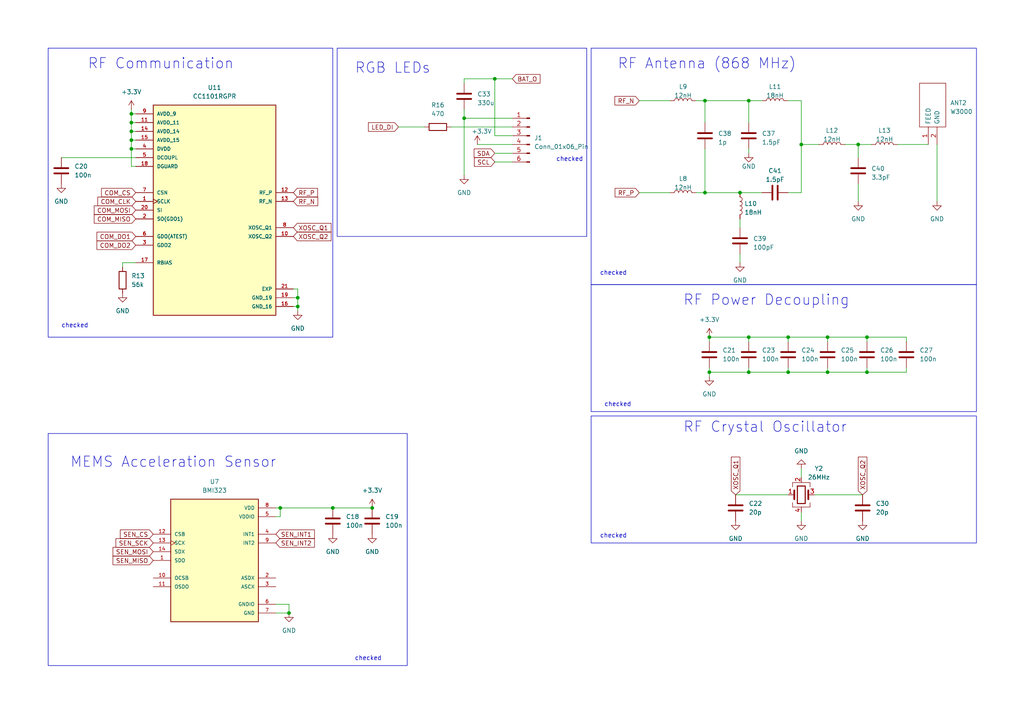
<source format=kicad_sch>
(kicad_sch (version 20230121) (generator eeschema)
  (paper "A4")
  (lib_symbols
    (symbol "BMI160:BMI160" (pin_names (offset 1.016))
      (property "Reference" "U" (at -12.7 18.415 0))
      (property "Value" "BMI160" (at -12.7 -20.32 0))
      (symbol "BMI160_0_0"
        (rectangle (start -12.7 -17.78) (end 12.7 17.78) (stroke (width 0.254)) (fill (type background)))
        (pin bidirectional line (at -17.78 0 0) (length 5.08) (name "SDO") (number "1"))
        (pin input line (at -17.78 -5.08 0) (length 5.08) (name "OCSB") (number "10"))
        (pin output line (at -17.78 -7.62 0) (length 5.08) (name "OSDO") (number "11"))
        (pin input line (at -17.78 7.62 0) (length 5.08) (name "CSB") (number "12"))
        (pin input clock (at -17.78 5.08 0) (length 5.08) (name "SCX") (number "13"))
        (pin bidirectional line (at -17.78 2.54 0) (length 5.08) (name "SDX") (number "14"))
        (pin bidirectional line (at 17.78 -5.08 180) (length 5.08) (name "ASDX") (number "2"))
        (pin bidirectional line (at 17.78 -7.62 180) (length 5.08) (name "ASCX") (number "3"))
        (pin bidirectional line (at 17.78 7.62 180) (length 5.08) (name "INT1") (number "4"))
        (pin power_in line (at 17.78 12.7 180) (length 5.08) (name "VDDIO") (number "5"))
        (pin power_in line (at 17.78 -12.7 180) (length 5.08) (name "GNDIO") (number "6"))
        (pin power_in line (at 17.78 -15.24 180) (length 5.08) (name "GND") (number "7"))
        (pin power_in line (at 17.78 15.24 180) (length 5.08) (name "VDD") (number "8"))
        (pin bidirectional line (at 17.78 5.08 180) (length 5.08) (name "INT2") (number "9"))
      )
    )
    (symbol "CC1101RGPR:CC1101RGPR" (pin_names (offset 1.016))
      (property "Reference" "U" (at -17.78 30.48 0))
      (property "Value" "CC1101RGPR" (at -17.78 -33.02 0))
      (symbol "CC1101RGPR_0_0"
        (rectangle (start -17.78 -30.48) (end 17.78 30.48) (stroke (width 0.254)) (fill (type background)))
        (pin input clock (at -22.86 2.54 0) (length 5.08) (name "SCLK") (number "1"))
        (pin bidirectional line (at 22.86 -7.62 180) (length 5.08) (name "XOSC_Q2") (number "10"))
        (pin power_in line (at -22.86 25.4 0) (length 5.08) (name "AVDD_11") (number "11"))
        (pin bidirectional line (at 22.86 5.08 180) (length 5.08) (name "RF_P") (number "12"))
        (pin bidirectional line (at 22.86 2.54 180) (length 5.08) (name "RF_N") (number "13"))
        (pin power_in line (at -22.86 22.86 0) (length 5.08) (name "AVDD_14") (number "14"))
        (pin power_in line (at -22.86 20.32 0) (length 5.08) (name "AVDD_15") (number "15"))
        (pin power_in line (at 22.86 -27.94 180) (length 5.08) (name "GND_16") (number "16"))
        (pin bidirectional line (at -22.86 -15.24 0) (length 5.08) (name "RBIAS") (number "17"))
        (pin power_in line (at -22.86 12.7 0) (length 5.08) (name "DGUARD") (number "18"))
        (pin power_in line (at 22.86 -25.4 180) (length 5.08) (name "GND_19") (number "19"))
        (pin output line (at -22.86 -2.54 0) (length 5.08) (name "SO(GDO1)") (number "2"))
        (pin input line (at -22.86 0 0) (length 5.08) (name "SI") (number "20"))
        (pin power_in line (at 22.86 -22.86 180) (length 5.08) (name "EXP") (number "21"))
        (pin output line (at -22.86 -10.16 0) (length 5.08) (name "GDO2") (number "3"))
        (pin power_in line (at -22.86 17.78 0) (length 5.08) (name "DVDD") (number "4"))
        (pin power_in line (at -22.86 15.24 0) (length 5.08) (name "DCOUPL") (number "5"))
        (pin bidirectional line (at -22.86 -7.62 0) (length 5.08) (name "GDO(ATEST)") (number "6"))
        (pin input line (at -22.86 5.08 0) (length 5.08) (name "CSN") (number "7"))
        (pin bidirectional line (at 22.86 -5.08 180) (length 5.08) (name "XOSC_Q1") (number "8"))
        (pin power_in line (at -22.86 27.94 0) (length 5.08) (name "AVDD_9") (number "9"))
      )
    )
    (symbol "Connector:Conn_01x06_Pin" (pin_names (offset 1.016) hide)
      (property "Reference" "J" (at 0 7.62 0))
      (property "Value" "Conn_01x06_Pin" (at 0 -10.16 0))
      (symbol "Conn_01x06_Pin_1_1"
        (polyline (pts (xy 1.27 -7.62) (xy 0.8636 -7.62)) (stroke (width 0.1524)))
        (polyline (pts (xy 1.27 -5.08) (xy 0.8636 -5.08)) (stroke (width 0.1524)))
        (polyline (pts (xy 1.27 -2.54) (xy 0.8636 -2.54)) (stroke (width 0.1524)))
        (polyline (pts (xy 1.27 0) (xy 0.8636 0)) (stroke (width 0.1524)))
        (polyline (pts (xy 1.27 2.54) (xy 0.8636 2.54)) (stroke (width 0.1524)))
        (polyline (pts (xy 1.27 5.08) (xy 0.8636 5.08)) (stroke (width 0.1524)))
        (rectangle (start 0.8636 -7.493) (end 0 -7.747) (stroke (width 0.1524)) (fill (type outline)))
        (rectangle (start 0.8636 -4.953) (end 0 -5.207) (stroke (width 0.1524)) (fill (type outline)))
        (rectangle (start 0.8636 -2.413) (end 0 -2.667) (stroke (width 0.1524)) (fill (type outline)))
        (rectangle (start 0.8636 0.127) (end 0 -0.127) (stroke (width 0.1524)) (fill (type outline)))
        (rectangle (start 0.8636 2.667) (end 0 2.413) (stroke (width 0.1524)) (fill (type outline)))
        (rectangle (start 0.8636 5.207) (end 0 4.953) (stroke (width 0.1524)) (fill (type outline)))
        (pin passive line (at 5.08 5.08 180) (length 3.81) (name "Pin_1") (number "1"))
        (pin passive line (at 5.08 2.54 180) (length 3.81) (name "Pin_2") (number "2"))
        (pin passive line (at 5.08 0 180) (length 3.81) (name "Pin_3") (number "3"))
        (pin passive line (at 5.08 -2.54 180) (length 3.81) (name "Pin_4") (number "4"))
        (pin passive line (at 5.08 -5.08 180) (length 3.81) (name "Pin_5") (number "5"))
        (pin passive line (at 5.08 -7.62 180) (length 3.81) (name "Pin_6") (number "6"))
      )
    )
    (symbol "Device:C" (pin_numbers hide) (pin_names (offset 0.254))
      (property "Reference" "C" (at 0.635 2.54 0))
      (property "Value" "C" (at 0.635 -2.54 0))
      (symbol "C_0_1"
        (polyline (pts (xy -2.032 -0.762) (xy 2.032 -0.762)) (stroke (width 0.508)))
        (polyline (pts (xy -2.032 0.762) (xy 2.032 0.762)) (stroke (width 0.508)))
      )
      (symbol "C_1_1"
        (pin passive line (at 0 3.81 270) (length 2.794) (name "~") (number "1"))
        (pin passive line (at 0 -3.81 90) (length 2.794) (name "~") (number "2"))
      )
    )
    (symbol "Device:Crystal_GND24" (pin_names (offset 1.016) hide)
      (property "Reference" "Y" (at 3.175 5.08 0))
      (property "Value" "Crystal_GND24" (at 3.175 3.175 0))
      (symbol "Crystal_GND24_0_1"
        (rectangle (start -1.143 2.54) (end 1.143 -2.54) (stroke (width 0.3048)))
        (polyline (pts (xy -2.54 0) (xy -2.032 0)))
        (polyline (pts (xy -2.032 -1.27) (xy -2.032 1.27)) (stroke (width 0.508)))
        (polyline (pts (xy 0 -3.81) (xy 0 -3.556)))
        (polyline (pts (xy 0 3.556) (xy 0 3.81)))
        (polyline (pts (xy 2.032 -1.27) (xy 2.032 1.27)) (stroke (width 0.508)))
        (polyline (pts (xy 2.032 0) (xy 2.54 0)))
        (polyline (pts (xy -2.54 -2.286) (xy -2.54 -3.556) (xy 2.54 -3.556) (xy 2.54 -2.286)))
        (polyline (pts (xy -2.54 2.286) (xy -2.54 3.556) (xy 2.54 3.556) (xy 2.54 2.286)))
      )
      (symbol "Crystal_GND24_1_1"
        (pin passive line (at -3.81 0 0) (length 1.27) (name "1") (number "1"))
        (pin passive line (at 0 5.08 270) (length 1.27) (name "2") (number "2"))
        (pin passive line (at 3.81 0 180) (length 1.27) (name "3") (number "3"))
        (pin passive line (at 0 -5.08 90) (length 1.27) (name "4") (number "4"))
      )
    )
    (symbol "Device:L" (pin_numbers hide) (pin_names (offset 1.016) hide)
      (property "Reference" "L" (at -1.27 0 90))
      (property "Value" "L" (at 1.905 0 90))
      (symbol "L_0_1"
        (arc (start 0 -2.54) (mid 0.6323 -1.905) (end 0 -1.27))
        (arc (start 0 -1.27) (mid 0.6323 -0.635) (end 0 0))
        (arc (start 0 0) (mid 0.6323 0.635) (end 0 1.27))
        (arc (start 0 1.27) (mid 0.6323 1.905) (end 0 2.54))
      )
      (symbol "L_1_1"
        (pin passive line (at 0 3.81 270) (length 1.27) (name "1") (number "1"))
        (pin passive line (at 0 -3.81 90) (length 1.27) (name "2") (number "2"))
      )
    )
    (symbol "Device:R" (pin_numbers hide) (pin_names (offset 0))
      (property "Reference" "R" (at 2.032 0 90))
      (property "Value" "R" (at 0 0 90))
      (symbol "R_0_1"
        (rectangle (start -1.016 -2.54) (end 1.016 2.54) (stroke (width 0.254)))
      )
      (symbol "R_1_1"
        (pin passive line (at 0 3.81 270) (length 1.27) (name "~") (number "1"))
        (pin passive line (at 0 -3.81 90) (length 1.27) (name "~") (number "2"))
      )
    )
    (symbol "W3000:W3000" (pin_names (offset 0.762))
      (property "Reference" "ANT" (at 19.05 7.62 0))
      (property "Value" "W3000" (at 19.05 5.08 0))
      (symbol "W3000_0_0"
        (pin passive line (at 0 0 0) (length 5.08) (name "FEED") (number "1"))
        (pin passive line (at 0 -2.54 0) (length 5.08) (name "GND") (number "2"))
      )
      (symbol "W3000_0_1"
        (polyline (pts (xy 5.08 2.54) (xy 17.78 2.54) (xy 17.78 -5.08) (xy 5.08 -5.08) (xy 5.08 2.54)) (stroke (width 0.1524)))
      )
    )
    (symbol "power:+3.3V" (power) (pin_names (offset 0))
      (property "Value" "+3.3V" (at 0 3.556 0))
      (symbol "+3.3V_0_1"
        (polyline (pts (xy -0.762 1.27) (xy 0 2.54)))
        (polyline (pts (xy 0 0) (xy 0 2.54)))
        (polyline (pts (xy 0 2.54) (xy 0.762 1.27)))
      )
      (symbol "+3.3V_1_1"
        (pin power_in line (at 0 0 90) (length 0) hide (name "+3.3V") (number "1"))
      )
    )
    (symbol "power:GND" (power) (pin_names (offset 0))
      (property "Value" "GND" (at 0 -3.81 0))
      (symbol "GND_0_1"
        (polyline (pts (xy 0 0) (xy 0 -1.27) (xy 1.27 -1.27) (xy 0 -2.54) (xy -1.27 -1.27) (xy 0 -1.27)))
      )
      (symbol "GND_1_1"
        (pin power_in line (at 0 0 270) (length 0) hide (name "GND") (number "1"))
      )
    )
  )
  (junction (at 107.95 147.32))
  (junction (at 251.46 97.79))
  (junction (at 81.28 147.32))
  (junction (at 217.17 29.21))
  (junction (at 204.47 55.88))
  (junction (at 38.1 35.56))
  (junction (at 86.36 86.36))
  (junction (at 96.52 147.32))
  (junction (at 228.6 107.95))
  (junction (at 205.74 97.79))
  (junction (at 228.6 97.79))
  (junction (at 134.62 34.29))
  (junction (at 83.82 177.8))
  (junction (at 240.03 107.95))
  (junction (at 248.92 41.91))
  (junction (at 204.47 29.21))
  (junction (at 251.46 107.95))
  (junction (at 38.1 38.1))
  (junction (at 214.63 55.88))
  (junction (at 38.1 33.02))
  (junction (at 205.74 107.95))
  (junction (at 38.1 43.18))
  (junction (at 240.03 97.79))
  (junction (at 86.36 88.9))
  (junction (at 38.1 40.64))
  (junction (at 232.41 41.91))
  (junction (at 217.17 97.79))
  (junction (at 217.17 107.95))
  (junction (at 143.51 22.86))
  (wire (pts (xy 96.52 147.32) (xy 107.95 147.32)))
  (wire (pts (xy 85.09 86.36) (xy 86.36 86.36)))
  (wire (pts (xy 240.03 106.68) (xy 240.03 107.95)))
  (wire (pts (xy 80.01 175.26) (xy 83.82 175.26)))
  (wire (pts (xy 83.82 175.26) (xy 83.82 177.8)))
  (wire (pts (xy 204.47 29.21) (xy 217.17 29.21)))
  (wire (pts (xy 80.01 177.8) (xy 83.82 177.8)))
  (wire (pts (xy 143.51 46.99) (xy 148.59 46.99)))
  (wire (pts (xy 38.1 40.64) (xy 38.1 38.1)))
  (wire (pts (xy 17.78 45.72) (xy 39.37 45.72)))
  (wire (pts (xy 38.1 43.18) (xy 38.1 40.64)))
  (wire (pts (xy 260.35 41.91) (xy 269.24 41.91)))
  (wire (pts (xy 217.17 97.79) (xy 228.6 97.79)))
  (wire (pts (xy 38.1 48.26) (xy 38.1 43.18)))
  (wire (pts (xy 201.93 29.21) (xy 204.47 29.21)))
  (wire (pts (xy 236.22 143.51) (xy 250.19 143.51)))
  (wire (pts (xy 213.36 143.51) (xy 228.6 143.51)))
  (wire (pts (xy 38.1 38.1) (xy 38.1 35.56)))
  (wire (pts (xy 217.17 29.21) (xy 220.98 29.21)))
  (wire (pts (xy 86.36 83.82) (xy 86.36 86.36)))
  (wire (pts (xy 134.62 22.86) (xy 143.51 22.86)))
  (wire (pts (xy 251.46 107.95) (xy 262.89 107.95)))
  (wire (pts (xy 248.92 53.34) (xy 248.92 58.42)))
  (wire (pts (xy 205.74 107.95) (xy 205.74 109.22)))
  (wire (pts (xy 204.47 43.18) (xy 204.47 55.88)))
  (wire (pts (xy 245.11 41.91) (xy 248.92 41.91)))
  (wire (pts (xy 217.17 29.21) (xy 217.17 35.56)))
  (wire (pts (xy 39.37 48.26) (xy 38.1 48.26)))
  (wire (pts (xy 134.62 34.29) (xy 148.59 34.29)))
  (wire (pts (xy 134.62 34.29) (xy 134.62 50.8)))
  (wire (pts (xy 185.42 55.88) (xy 194.31 55.88)))
  (wire (pts (xy 232.41 41.91) (xy 237.49 41.91)))
  (wire (pts (xy 204.47 55.88) (xy 214.63 55.88)))
  (wire (pts (xy 35.56 76.2) (xy 35.56 77.47)))
  (wire (pts (xy 271.78 41.91) (xy 271.78 58.42)))
  (wire (pts (xy 205.74 106.68) (xy 205.74 107.95)))
  (wire (pts (xy 228.6 97.79) (xy 228.6 99.06)))
  (wire (pts (xy 38.1 43.18) (xy 39.37 43.18)))
  (wire (pts (xy 248.92 41.91) (xy 252.73 41.91)))
  (wire (pts (xy 214.63 63.5) (xy 214.63 66.04)))
  (wire (pts (xy 138.43 41.91) (xy 148.59 41.91)))
  (wire (pts (xy 134.62 22.86) (xy 134.62 24.13)))
  (wire (pts (xy 217.17 97.79) (xy 217.17 99.06)))
  (wire (pts (xy 262.89 97.79) (xy 262.89 99.06)))
  (wire (pts (xy 228.6 107.95) (xy 240.03 107.95)))
  (wire (pts (xy 217.17 107.95) (xy 228.6 107.95)))
  (wire (pts (xy 214.63 73.66) (xy 214.63 76.2)))
  (wire (pts (xy 115.57 36.83) (xy 123.19 36.83)))
  (wire (pts (xy 86.36 86.36) (xy 86.36 88.9)))
  (wire (pts (xy 185.42 29.21) (xy 194.31 29.21)))
  (wire (pts (xy 38.1 31.75) (xy 38.1 33.02)))
  (wire (pts (xy 232.41 29.21) (xy 232.41 41.91)))
  (wire (pts (xy 81.28 147.32) (xy 96.52 147.32)))
  (wire (pts (xy 204.47 29.21) (xy 204.47 35.56)))
  (wire (pts (xy 80.01 149.86) (xy 81.28 149.86)))
  (wire (pts (xy 232.41 135.89) (xy 232.41 138.43)))
  (wire (pts (xy 130.81 36.83) (xy 148.59 36.83)))
  (wire (pts (xy 262.89 106.68) (xy 262.89 107.95)))
  (wire (pts (xy 134.62 31.75) (xy 134.62 34.29)))
  (wire (pts (xy 201.93 55.88) (xy 204.47 55.88)))
  (wire (pts (xy 143.51 44.45) (xy 148.59 44.45)))
  (wire (pts (xy 251.46 97.79) (xy 251.46 99.06)))
  (wire (pts (xy 205.74 107.95) (xy 217.17 107.95)))
  (wire (pts (xy 205.74 99.06) (xy 205.74 97.79)))
  (wire (pts (xy 240.03 107.95) (xy 251.46 107.95)))
  (wire (pts (xy 85.09 83.82) (xy 86.36 83.82)))
  (wire (pts (xy 228.6 106.68) (xy 228.6 107.95)))
  (wire (pts (xy 39.37 35.56) (xy 38.1 35.56)))
  (wire (pts (xy 143.51 22.86) (xy 143.51 39.37)))
  (wire (pts (xy 143.51 39.37) (xy 148.59 39.37)))
  (wire (pts (xy 39.37 38.1) (xy 38.1 38.1)))
  (wire (pts (xy 80.01 147.32) (xy 81.28 147.32)))
  (wire (pts (xy 251.46 106.68) (xy 251.46 107.95)))
  (wire (pts (xy 214.63 55.88) (xy 220.98 55.88)))
  (wire (pts (xy 86.36 88.9) (xy 85.09 88.9)))
  (wire (pts (xy 228.6 29.21) (xy 232.41 29.21)))
  (wire (pts (xy 232.41 55.88) (xy 228.6 55.88)))
  (wire (pts (xy 86.36 90.17) (xy 86.36 88.9)))
  (wire (pts (xy 217.17 43.18) (xy 217.17 44.45)))
  (wire (pts (xy 240.03 97.79) (xy 228.6 97.79)))
  (wire (pts (xy 217.17 106.68) (xy 217.17 107.95)))
  (wire (pts (xy 81.28 147.32) (xy 81.28 149.86)))
  (wire (pts (xy 240.03 97.79) (xy 251.46 97.79)))
  (wire (pts (xy 38.1 35.56) (xy 38.1 33.02)))
  (wire (pts (xy 39.37 40.64) (xy 38.1 40.64)))
  (wire (pts (xy 248.92 41.91) (xy 248.92 45.72)))
  (wire (pts (xy 232.41 41.91) (xy 232.41 55.88)))
  (wire (pts (xy 251.46 97.79) (xy 262.89 97.79)))
  (wire (pts (xy 39.37 76.2) (xy 35.56 76.2)))
  (wire (pts (xy 148.59 22.86) (xy 143.51 22.86)))
  (wire (pts (xy 38.1 33.02) (xy 39.37 33.02)))
  (wire (pts (xy 205.74 97.79) (xy 217.17 97.79)))
  (wire (pts (xy 240.03 99.06) (xy 240.03 97.79)))
  (wire (pts (xy 232.41 148.59) (xy 232.41 151.13)))
  (rectangle (start 97.79 13.97) (end 170.18 68.58))
  (rectangle (start 171.45 13.97) (end 283.21 82.55))
  (rectangle (start 171.45 82.55) (end 283.21 119.38))
  (rectangle (start 171.45 120.65) (end 283.21 157.48))
  (rectangle (start 13.97 13.97) (end 96.52 97.79))
  (rectangle (start 13.97 125.73) (end 118.11 193.04))
  (text "checked\n" (at 161.29 46.99 0) (effects (font (size 1.27 1.27)) (justify left bottom)))
  (text "RF Antenna (868 MHz)\n" (at 179.07 20.32 0) (effects (font (size 3 3)) (justify left bottom)))
  (text "checked\n" (at 102.87 191.77 0) (effects (font (size 1.27 1.27)) (justify left bottom)))
  (text "checked\n" (at 173.99 156.21 0) (effects (font (size 1.27 1.27)) (justify left bottom)))
  (text "checked\n" (at 17.78 95.25 0) (effects (font (size 1.27 1.27)) (justify left bottom)))
  (text "checked\n" (at 175.26 118.11 0) (effects (font (size 1.27 1.27)) (justify left bottom)))
  (text "MEMS Acceleration Sensor" (at 20.32 135.89 0) (effects (font (size 3 3)) (justify left bottom)))
  (text "RF Power Decoupling\n" (at 198.12 88.9 0) (effects (font (size 3 3)) (justify left bottom)))
  (text "RF Communication" (at 25.4 20.32 0) (effects (font (size 3 3)) (justify left bottom)))
  (text "RF Crystal Oscillator" (at 198.12 125.73 0) (effects (font (size 3 3)) (justify left bottom)))
  (text "checked\n" (at 173.99 80.01 0) (effects (font (size 1.27 1.27)) (justify left bottom)))
  (text "RGB LEDs" (at 102.87 21.59 0) (effects (font (size 3 3)) (justify left bottom)))
  (global_label "COM_MISO" (shape input) (at 39.37 63.5 180) (property "Intersheetrefs" "${INTERSHEET_REFS}" (effects hide)))
  (global_label "XOSC_Q1" (shape input) (at 213.36 143.51 90) (property "Intersheetrefs" "${INTERSHEET_REFS}" (effects hide)))
  (global_label "COM_DO2" (shape input) (at 39.37 71.12 180) (property "Intersheetrefs" "${INTERSHEET_REFS}" (effects hide)))
  (global_label "SEN_CS" (shape input) (at 44.45 154.94 180) (property "Intersheetrefs" "${INTERSHEET_REFS}" (effects hide)))
  (global_label "COM_DO1" (shape input) (at 39.37 68.58 180) (property "Intersheetrefs" "${INTERSHEET_REFS}" (effects hide)))
  (global_label "XOSC_Q2" (shape input) (at 250.19 143.51 90) (property "Intersheetrefs" "${INTERSHEET_REFS}" (effects hide)))
  (global_label "BAT_O" (shape input) (at 148.59 22.86 0) (property "Intersheetrefs" "${INTERSHEET_REFS}" (effects hide)))
  (global_label "RF_N" (shape input) (at 85.09 58.42 0) (property "Intersheetrefs" "${INTERSHEET_REFS}" (effects hide)))
  (global_label "COM_MOSI" (shape input) (at 39.37 60.96 180) (property "Intersheetrefs" "${INTERSHEET_REFS}" (effects hide)))
  (global_label "LED_DI" (shape input) (at 115.57 36.83 180) (property "Intersheetrefs" "${INTERSHEET_REFS}" (effects hide)))
  (global_label "SDA" (shape input) (at 143.51 44.45 180) (property "Intersheetrefs" "${INTERSHEET_REFS}" (effects hide)))
  (global_label "RF_P" (shape input) (at 185.42 55.88 180) (property "Intersheetrefs" "${INTERSHEET_REFS}" (effects hide)))
  (global_label "COM_CLK" (shape input) (at 39.37 58.42 180) (property "Intersheetrefs" "${INTERSHEET_REFS}" (effects hide)))
  (global_label "SEN_MISO" (shape input) (at 44.45 162.56 180) (property "Intersheetrefs" "${INTERSHEET_REFS}" (effects hide)))
  (global_label "RF_P" (shape input) (at 85.09 55.88 0) (property "Intersheetrefs" "${INTERSHEET_REFS}" (effects hide)))
  (global_label "SCL" (shape input) (at 143.51 46.99 180) (property "Intersheetrefs" "${INTERSHEET_REFS}" (effects hide)))
  (global_label "XOSC_Q2" (shape input) (at 85.09 68.58 0) (property "Intersheetrefs" "${INTERSHEET_REFS}" (effects hide)))
  (global_label "XOSC_Q1" (shape input) (at 85.09 66.04 0) (property "Intersheetrefs" "${INTERSHEET_REFS}" (effects hide)))
  (global_label "SEN_SCK" (shape input) (at 44.45 157.48 180) (property "Intersheetrefs" "${INTERSHEET_REFS}" (effects hide)))
  (global_label "SEN_INT1" (shape input) (at 80.01 154.94 0) (property "Intersheetrefs" "${INTERSHEET_REFS}" (effects hide)))
  (global_label "SEN_INT2" (shape input) (at 80.01 157.48 0) (property "Intersheetrefs" "${INTERSHEET_REFS}" (effects hide)))
  (global_label "RF_N" (shape input) (at 185.42 29.21 180) (property "Intersheetrefs" "${INTERSHEET_REFS}" (effects hide)))
  (global_label "SEN_MOSI" (shape input) (at 44.45 160.02 180) (property "Intersheetrefs" "${INTERSHEET_REFS}" (effects hide)))
  (global_label "COM_CS" (shape input) (at 39.37 55.88 180) (property "Intersheetrefs" "${INTERSHEET_REFS}" (effects hide)))
  (symbol (lib_id "power:+3.3V") (at 205.74 97.79 0) (unit 1)
    (property "Reference" "#PWR0152" (effects hide))
    (property "Value" "+3.3V" (at 205.74 92.71 0))
  )
  (symbol (lib_id "Device:L") (at 198.12 29.21 90) (unit 1)
    (property "Reference" "L9" (at 198.12 25.146 90))
    (property "Value" "12nH" (at 198.12 27.686 90))
    (property "Footprint" "Inductor_SMD:L_0603_1608Metric_Pad1.05x0.95mm_HandSolder" (effects hide))
    (property "Notes" "+-5%" (effects hide))
  )
  (symbol (lib_id "power:GND") (at 213.36 151.13 0) (unit 1)
    (property "Reference" "#PWR0157" (effects hide))
    (property "Value" "GND" (at 213.36 156.21 0))
  )
  (symbol (lib_id "power:GND") (at 232.41 135.89 180) (unit 1)
    (property "Reference" "#PWR0154" (effects hide))
    (property "Value" "GND" (at 232.41 130.81 0))
  )
  (symbol (lib_id "Device:C") (at 205.74 102.87 0) (unit 1)
    (property "Reference" "C21" (at 209.55 101.5999 0) (effects (justify left)))
    (property "Value" "100n" (at 209.55 104.1399 0) (effects (justify left)))
    (property "Footprint" "Capacitor_SMD:C_0603_1608Metric_Pad1.08x0.95mm_HandSolder" (effects hide))
  )
  (symbol (lib_id "W3000:W3000") (at 269.24 41.91 90) (unit 1)
    (property "Reference" "ANT2" (at 275.59 29.845 90) (effects (justify right)))
    (property "Value" "W3000" (at 275.59 32.385 90) (effects (justify right)))
    (property "Footprint" "RF_Antenna:W3000" (effects hide))
    (property "Datasheet" "http://productfinder.pulseeng.com/products/datasheets/W3000.pdf" (effects hide))
    (property "Description" "Pulse SMT Antenna W3000, 2400  2483.5 MHz" (effects hide))
    (property "Height" "1" (effects hide))
    (property "Manufacturer_Name" "Pulse" (effects hide))
    (property "Manufacturer_Part_Number" "W3000" (effects hide))
    (property "Mouser Part Number" "673-W3000" (effects hide))
    (property "Mouser Price/Stock" "https://www.mouser.co.uk/ProductDetail/Pulse-Electronics/W3000?qs=y8XzRXFG4KNYe3f8B6LYZQ%3D%3D" (effects hide))
    (property "Arrow Part Number" "W3000" (effects hide))
    (property "Arrow Price/Stock" "https://www.arrow.com/en/products/w3000/pulse-electronics-corporation?region=nac" (effects hide))
    (property "LCSC" "C515701" (effects hide))
    (property "Note" "https://www.lcsc.com/product-detail/Antennas_Pulse-Elec-W3000_C515701.html" (effects hide))
  )
  (symbol (lib_id "Device:L") (at 224.79 29.21 90) (unit 1)
    (property "Reference" "L11" (at 224.79 25.146 90))
    (property "Value" "18nH" (at 224.79 27.686 90))
    (property "Footprint" "Inductor_SMD:L_0603_1608Metric_Pad1.05x0.95mm_HandSolder" (effects hide))
    (property "Notes" "+-5%" (effects hide))
  )
  (symbol (lib_id "power:GND") (at 271.78 58.42 0) (unit 1)
    (property "Reference" "#PWR020" (effects hide))
    (property "Value" "GND" (at 271.78 63.5 0))
  )
  (symbol (lib_id "Device:C") (at 96.52 151.13 0) (unit 1)
    (property "Reference" "C18" (at 100.33 149.8599 0) (effects (justify left)))
    (property "Value" "100n" (at 100.33 152.3999 0) (effects (justify left)))
    (property "Footprint" "Capacitor_SMD:C_0603_1608Metric_Pad1.08x0.95mm_HandSolder" (effects hide))
    (property "Note" "https://www.lcsc.com/product-detail/Multilayer-Ceramic-Capacitors-MLCC-SMD-SMT_FH-Guangdong-Fenghua-Advanced-Tech-0201X104K6R3NT_C66938.html" (effects hide))
    (property "vendor" "C30926" (effects hide))
    (property "Vendor" "C30926" (effects hide))
    (property "LCSC" "C66938" (effects hide))
  )
  (symbol (lib_id "power:GND") (at 248.92 58.42 0) (unit 1)
    (property "Reference" "#PWR019" (effects hide))
    (property "Value" "GND" (at 248.92 63.5 0))
  )
  (symbol (lib_id "power:+3.3V") (at 138.43 41.91 0) (unit 1)
    (property "Reference" "#PWR03" (effects hide))
    (property "Value" "+3.3V" (at 139.7 38.1 0))
  )
  (symbol (lib_id "power:GND") (at 35.56 85.09 0) (unit 1)
    (property "Reference" "#PWR0153" (effects hide))
    (property "Value" "GND" (at 35.56 90.17 0))
  )
  (symbol (lib_id "Device:C") (at 262.89 102.87 0) (unit 1)
    (property "Reference" "C27" (at 266.7 101.5999 0) (effects (justify left)))
    (property "Value" "100n" (at 266.7 104.1399 0) (effects (justify left)))
    (property "Footprint" "Capacitor_SMD:C_0603_1608Metric_Pad1.08x0.95mm_HandSolder" (effects hide))
  )
  (symbol (lib_id "BMI160:BMI160") (at 62.23 162.56 0) (unit 1)
    (property "Reference" "U7" (at 62.23 139.7 0))
    (property "Value" "BMI323" (at 62.23 142.24 0))
    (property "Footprint" "SnapEDA Library:PQFN50P250X300X88-14N" (effects hide))
    (property "Datasheet" "https://www.mouser.ch/datasheet/2/783/bst_bmi323_ds000-3159232.pdf" (effects hide))
  )
  (symbol (lib_id "power:+3.3V") (at 38.1 31.75 0) (unit 1)
    (property "Reference" "#PWR0120" (effects hide))
    (property "Value" "+3.3V" (at 38.1 26.67 0))
  )
  (symbol (lib_id "Device:C") (at 214.63 69.85 180) (unit 1)
    (property "Reference" "C39" (at 218.44 69.215 0) (effects (justify right)))
    (property "Value" "100pF" (at 218.44 71.755 0) (effects (justify right)))
    (property "Footprint" "Capacitor_SMD:C_0603_1608Metric_Pad1.08x0.95mm_HandSolder" (effects hide))
    (property "Notes" "+-5%" (effects hide))
  )
  (symbol (lib_id "power:GND") (at 83.82 177.8 0) (unit 1)
    (property "Reference" "#PWR0138" (effects hide))
    (property "Value" "GND" (at 83.82 182.88 0))
  )
  (symbol (lib_id "Device:C") (at 107.95 151.13 0) (unit 1)
    (property "Reference" "C19" (at 111.76 149.8599 0) (effects (justify left)))
    (property "Value" "100n" (at 111.76 152.3999 0) (effects (justify left)))
    (property "Footprint" "Capacitor_SMD:C_0603_1608Metric_Pad1.08x0.95mm_HandSolder" (effects hide))
    (property "Note" "https://www.lcsc.com/product-detail/Multilayer-Ceramic-Capacitors-MLCC-SMD-SMT_FH-Guangdong-Fenghua-Advanced-Tech-0201X104K6R3NT_C66938.html" (effects hide))
    (property "vendor" "C30926" (effects hide))
    (property "Vendor" "C30926" (effects hide))
    (property "LCSC" "C66938" (effects hide))
  )
  (symbol (lib_id "power:+3.3V") (at 107.95 147.32 0) (unit 1)
    (property "Reference" "#PWR0139" (effects hide))
    (property "Value" "+3.3V" (at 107.95 142.24 0))
  )
  (symbol (lib_id "Device:R") (at 35.56 81.28 0) (unit 1)
    (property "Reference" "R13" (at 38.1 80.0099 0) (effects (justify left)))
    (property "Value" "56k" (at 38.1 82.5499 0) (effects (justify left)))
    (property "Footprint" "Resistor_SMD:R_0603_1608Metric_Pad0.98x0.95mm_HandSolder" (effects hide))
  )
  (symbol (lib_id "power:GND") (at 96.52 154.94 0) (unit 1)
    (property "Reference" "#PWR0140" (effects hide))
    (property "Value" "GND" (at 96.52 160.02 0))
  )
  (symbol (lib_id "Device:C") (at 213.36 147.32 0) (unit 1)
    (property "Reference" "C22" (at 217.17 146.0499 0) (effects (justify left)))
    (property "Value" "20p" (at 217.17 148.5899 0) (effects (justify left)))
    (property "Footprint" "Capacitor_SMD:C_0603_1608Metric_Pad1.08x0.95mm_HandSolder" (effects hide))
  )
  (symbol (lib_id "Device:C") (at 251.46 102.87 0) (unit 1)
    (property "Reference" "C26" (at 255.27 101.5999 0) (effects (justify left)))
    (property "Value" "100n" (at 255.27 104.1399 0) (effects (justify left)))
    (property "Footprint" "Capacitor_SMD:C_0603_1608Metric_Pad1.08x0.95mm_HandSolder" (effects hide))
  )
  (symbol (lib_id "Device:C") (at 204.47 39.37 180) (unit 1)
    (property "Reference" "C38" (at 208.28 38.735 0) (effects (justify right)))
    (property "Value" "1p" (at 208.28 41.275 0) (effects (justify right)))
    (property "Footprint" "Capacitor_SMD:C_0603_1608Metric_Pad1.08x0.95mm_HandSolder" (effects hide))
    (property "Notes" "+-0.25pF" (effects hide))
  )
  (symbol (lib_id "power:GND") (at 250.19 151.13 0) (unit 1)
    (property "Reference" "#PWR0155" (effects hide))
    (property "Value" "GND" (at 250.19 156.21 0))
  )
  (symbol (lib_id "power:GND") (at 214.63 76.2 0) (unit 1)
    (property "Reference" "#PWR018" (effects hide))
    (property "Value" "GND" (at 214.63 81.28 0))
  )
  (symbol (lib_id "Device:C") (at 250.19 147.32 0) (unit 1)
    (property "Reference" "C30" (at 254 146.0499 0) (effects (justify left)))
    (property "Value" "20p" (at 254 148.5899 0) (effects (justify left)))
    (property "Footprint" "Capacitor_SMD:C_0603_1608Metric_Pad1.08x0.95mm_HandSolder" (effects hide))
  )
  (symbol (lib_id "Device:Crystal_GND24") (at 232.41 143.51 0) (unit 1)
    (property "Reference" "Y2" (at 237.49 135.89 0))
    (property "Value" "26MHz" (at 237.49 138.43 0))
    (property "Footprint" "Crystal:Crystal_SMD_Abracon_ABM3B-4Pin_5.0x3.2mm" (effects hide))
    (property "Note" "https://www.mouser.ch/ProductDetail/CTS-Electronic-Components/405C11B26M00000?qs=6E8igxPflKcbNSIyD6K6wQ%3D%3D" (effects hide))
  )
  (symbol (lib_id "Device:C") (at 224.79 55.88 270) (unit 1)
    (property "Reference" "C41" (at 224.79 49.53 90))
    (property "Value" "1.5pF" (at 224.79 52.07 90))
    (property "Footprint" "Capacitor_SMD:C_0603_1608Metric_Pad1.08x0.95mm_HandSolder" (effects hide))
  )
  (symbol (lib_id "power:GND") (at 107.95 154.94 0) (unit 1)
    (property "Reference" "#PWR0141" (effects hide))
    (property "Value" "GND" (at 107.95 160.02 0))
  )
  (symbol (lib_id "Device:L") (at 214.63 59.69 0) (unit 1)
    (property "Reference" "L10" (at 215.9 59.055 0) (effects (justify left)))
    (property "Value" "18nH" (at 215.9 61.595 0) (effects (justify left)))
    (property "Footprint" "Inductor_SMD:L_0603_1608Metric_Pad1.05x0.95mm_HandSolder" (effects hide))
    (property "Notes" "+-5%" (effects hide))
  )
  (symbol (lib_id "Device:C") (at 217.17 102.87 0) (unit 1)
    (property "Reference" "C23" (at 220.98 101.5999 0) (effects (justify left)))
    (property "Value" "100n" (at 220.98 104.1399 0) (effects (justify left)))
    (property "Footprint" "Capacitor_SMD:C_0603_1608Metric_Pad1.08x0.95mm_HandSolder" (effects hide))
  )
  (symbol (lib_id "Device:R") (at 127 36.83 90) (unit 1)
    (property "Reference" "R16" (at 127 30.48 90))
    (property "Value" "470" (at 127 33.02 90))
    (property "Footprint" "Resistor_SMD:R_0603_1608Metric_Pad0.98x0.95mm_HandSolder" (effects hide))
  )
  (symbol (lib_id "power:GND") (at 134.62 50.8 0) (unit 1)
    (property "Reference" "#PWR013" (effects hide))
    (property "Value" "GND" (at 134.62 55.88 0))
  )
  (symbol (lib_id "power:GND") (at 232.41 151.13 0) (unit 1)
    (property "Reference" "#PWR0156" (effects hide))
    (property "Value" "GND" (at 232.41 156.21 0))
  )
  (symbol (lib_id "Device:L") (at 241.3 41.91 90) (unit 1)
    (property "Reference" "L12" (at 241.3 37.846 90))
    (property "Value" "12nH" (at 241.3 40.386 90))
    (property "Footprint" "Inductor_SMD:L_0603_1608Metric_Pad1.05x0.95mm_HandSolder" (effects hide))
    (property "Notes" "+-5%" (effects hide))
  )
  (symbol (lib_id "Device:C") (at 248.92 49.53 180) (unit 1)
    (property "Reference" "C40" (at 252.73 48.895 0) (effects (justify right)))
    (property "Value" "3.3pF" (at 252.73 51.435 0) (effects (justify right)))
    (property "Footprint" "Capacitor_SMD:C_0603_1608Metric_Pad1.08x0.95mm_HandSolder" (effects hide))
    (property "Notes" "+-0.25pF" (effects hide))
  )
  (symbol (lib_id "Device:L") (at 198.12 55.88 90) (unit 1)
    (property "Reference" "L8" (at 198.12 51.816 90))
    (property "Value" "12nH" (at 198.12 54.356 90))
    (property "Footprint" "Inductor_SMD:L_0603_1608Metric_Pad1.05x0.95mm_HandSolder" (effects hide))
    (property "Notes" "+-5%" (effects hide))
  )
  (symbol (lib_id "Device:C") (at 134.62 27.94 180) (unit 1)
    (property "Reference" "C33" (at 138.43 27.305 0) (effects (justify right)))
    (property "Value" "330u" (at 138.43 29.845 0) (effects (justify right)))
    (property "Footprint" "Capacitor_SMD:C_0805_2012Metric_Pad1.18x1.45mm_HandSolder" (effects hide))
    (property "Datasheet" "https://www.distrelec.ch/de/elektrolytkondensator-fn-1000uf-3v-20-panasonic-eeefn0j102p/p/30381086?trackQuery=cat-DNAV_PL_03020105&pos=6&origPos=1&origPageSize=50&track=true&filterapplied=filter_Kapazit%25C3%25A4t%257E%257EuF%3D1000%26filter_categoryCodePathROOT%2Fcat-L2D_379525%2Fcat-L2-3D_528720%3Dcat-L3D_525329%26filter_categoryCodePathROOT%2Fcat-L2D_379525%3Dcat-L2-3D_528720%26filter_categoryCodePathROOT%2Fcat-L2D_379525%2Fcat-L2-3D_528720%2Fcat-L3D_525329%3Dcat-DNAV_PL_03020105%26filter_categoryCodePathROOT%3Dcat-L2D_379525&sid=5ab5457a0a032b35ba27ffe693d23b981c0d5f7c&itemList=category" (effects hide))
  )
  (symbol (lib_id "power:GND") (at 217.17 44.45 0) (unit 1)
    (property "Reference" "#PWR017" (effects hide))
    (property "Value" "GND" (at 217.17 48.26 0))
  )
  (symbol (lib_id "Device:C") (at 17.78 49.53 0) (unit 1)
    (property "Reference" "C20" (at 21.59 48.2599 0) (effects (justify left)))
    (property "Value" "100n" (at 21.59 50.7999 0) (effects (justify left)))
    (property "Footprint" "Capacitor_SMD:C_0603_1608Metric_Pad1.08x0.95mm_HandSolder" (effects hide))
  )
  (symbol (lib_id "Device:C") (at 228.6 102.87 0) (unit 1)
    (property "Reference" "C24" (at 232.41 101.5999 0) (effects (justify left)))
    (property "Value" "100n" (at 232.41 104.1399 0) (effects (justify left)))
    (property "Footprint" "Capacitor_SMD:C_0603_1608Metric_Pad1.08x0.95mm_HandSolder" (effects hide))
  )
  (symbol (lib_id "Device:L") (at 256.54 41.91 90) (unit 1)
    (property "Reference" "L13" (at 256.54 37.846 90))
    (property "Value" "12nH" (at 256.54 40.386 90))
    (property "Footprint" "Inductor_SMD:L_0603_1608Metric_Pad1.05x0.95mm_HandSolder" (effects hide))
    (property "Notes" "+-5%" (effects hide))
  )
  (symbol (lib_id "Device:C") (at 217.17 39.37 180) (unit 1)
    (property "Reference" "C37" (at 220.98 38.735 0) (effects (justify right)))
    (property "Value" "1.5pF" (at 220.98 41.275 0) (effects (justify right)))
    (property "Footprint" "Capacitor_SMD:C_0603_1608Metric_Pad1.08x0.95mm_HandSolder" (effects hide))
    (property "Notes" "+-0.25pF" (effects hide))
  )
  (symbol (lib_id "Connector:Conn_01x06_Pin") (at 153.67 39.37 0) (mirror y) (unit 1)
    (property "Reference" "J1" (at 154.94 40.005 0) (effects (justify right)))
    (property "Value" "Conn_01x06_Pin" (at 154.94 42.545 0) (effects (justify right)))
    (property "Footprint" "Frack:PinHeader_2x03_P2.54mm_Vertical_SMD_kleiner" (effects hide))
  )
  (symbol (lib_id "CC1101RGPR:CC1101RGPR") (at 62.23 60.96 0) (unit 1)
    (property "Reference" "U11" (at 62.23 25.4 0))
    (property "Value" "CC1101RGPR" (at 62.23 27.94 0))
    (property "Footprint" "SnapEDA Library:QFN50P400X400X100-21N" (effects hide))
    (property "PARTREV" "6-May-2020" (effects hide))
    (property "MANUFACTURER" "Texas Instruments" (effects hide))
    (property "MAXIMUM_PACKAGE_HIEGHT" "1mm" (effects hide))
    (property "STANDARD" "IPC 7351B" (effects hide))
    (property "Note" "https://www.lcsc.com/product-detail/RF-Transceiver-ICs_Texas-Instruments-CC1101RGPR_C29953.html" (effects hide))
    (property "vendor" "C29953" (effects hide))
    (property "Vendor" "C29953" (effects hide))
    (property "LCSC" "C29953" (effects hide))
  )
  (symbol (lib_id "power:GND") (at 86.36 90.17 0) (unit 1)
    (property "Reference" "#PWR0150" (effects hide))
    (property "Value" "GND" (at 86.36 95.25 0))
  )
  (symbol (lib_id "power:GND") (at 205.74 109.22 0) (unit 1)
    (property "Reference" "#PWR0163" (effects hide))
    (property "Value" "GND" (at 205.74 114.3 0))
  )
  (symbol (lib_id "power:GND") (at 17.78 53.34 0) (unit 1)
    (property "Reference" "#PWR0151" (effects hide))
    (property "Value" "GND" (at 17.78 58.42 0))
  )
  (symbol (lib_id "Device:C") (at 240.03 102.87 0) (unit 1)
    (property "Reference" "C25" (at 243.84 101.5999 0) (effects (justify left)))
    (property "Value" "100n" (at 243.84 104.1399 0) (effects (justify left)))
    (property "Footprint" "Capacitor_SMD:C_0603_1608Metric_Pad1.08x0.95mm_HandSolder" (effects hide))
  )
)
</source>
